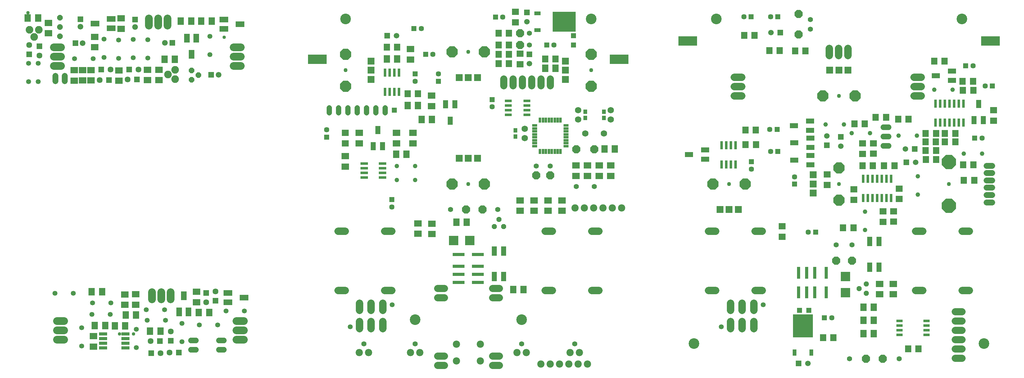
<source format=gts>
%MOIN*%
%OFA0B0*%
%FSLAX34Y34*%
%IPPOS*%
%LPD*%
%AMOC8*
5,1,8,0,0,$1,22.5*%
%AMOC80*
5,1,8,0,0,$1,22.5*%
%AMOC81*
5,1,8,0,0,$1,22.5*%
%AMOC800*
5,1,8,0,0,$1,22.5*%
%ADD10C,0.053000000000000005*%
%ADD11R,0.088X0.034*%
%ADD12R,0.078984251968503949X0.070992125984251975*%
%ADD13R,0.070992125984251975X0.078984251968503949*%
%ADD14C,0.063433070866141736*%
%ADD15R,0.063433070866141736X0.063433070866141736*%
%ADD16R,0.094X0.060000000000000005*%
%ADD17C,0.084999999999999992*%
%ADD18C,0.060000000000000005*%
%ADD19R,0.060000000000000005X0.094*%
%ADD20C,0.037779527559055122*%
%ADD31R,0.094X0.060000000000000005*%
%ADD32C,0.053000000000000005*%
%ADD33R,0.070992125984251975X0.078984251968503949*%
%ADD34R,0.0611496062992126X0.0611496062992126*%
%ADD35C,0.0611496062992126*%
%ADD36C,0.082000000000000017*%
%ADD37P,0.064943385826771657X8X292.5*%
%ADD38R,0.078984251968503949X0.070992125984251975*%
%ADD39C,0.063433070866141736*%
%ADD40R,0.063433070866141736X0.063433070866141736*%
%ADD41P,0.064943385826771657X8X112.5*%
%ADD42C,0.084999999999999992*%
%ADD43R,0.060000000000000005X0.094*%
%ADD44C,0.064*%
%ADD45C,0.037779527559055122*%
%ADD56R,0.057149606299212605X0.057149606299212605*%
%ADD57C,0.057149606299212605*%
%ADD58R,0.043370078740157476X0.047307086614173231*%
%ADD59C,0.069*%
%ADD60R,0.074866141732283467X0.066992125984251971*%
%ADD61C,0.049*%
%ADD62R,0.066992125984251971X0.074866141732283467*%
%ADD63C,0.059433070866141739*%
%ADD64R,0.059433070866141739X0.059433070866141739*%
%ADD65R,0.028000000000000004X0.091*%
%ADD66C,0.078000000000000014*%
%ADD67R,0.066992125984251971X0.082740157480314963*%
%ADD68R,0.082740157480314963X0.066992125984251971*%
%ADD69R,0.056000000000000008X0.090000000000000011*%
%ADD70R,0.078000000000000014X0.078000000000000014*%
%ADD71P,0.13217090551181102X8X22.5*%
%ADD72C,0.043370078740157476*%
%ADD73R,0.056000000000000008X0.056000000000000008*%
%ADD74C,0.056000000000000008*%
%ADD75R,0.082000000000000017X0.026000000000000002*%
%ADD76R,0.054X0.026000000000000002*%
%ADD77R,0.026000000000000002X0.054*%
%ADD78P,0.13217090551181102X8X112.5*%
%ADD79P,0.13217090551181102X8X202.5*%
%ADD80P,0.13217090551181102X8X292.5*%
%ADD81R,0.1260472440944882X0.035496062992125987*%
%ADD82R,0.054X0.10400000000000001*%
%ADD83C,0.080771653543307093*%
%ADD84R,0.066992125984251971X0.043370078740157476*%
%ADD85R,0.24809448818897636X0.21659842519685041*%
%ADD86P,0.096332716535433086X8X22.5*%
%ADD87R,0.098488188976377955X0.098488188976377955*%
%ADD88R,0.054X0.054*%
%ADD89C,0.05321259842519685*%
%ADD90C,0.078000000000000014*%
%ADD91C,0.11423622047244096*%
%ADD92R,0.20400000000000002X0.10400000000000001*%
%ADD93P,0.060613858267716543X8X22.5*%
%ADD94R,0.071716535433070869X0.027622047244094491*%
%ADD95C,0.055181102362204727*%
%ADD96P,0.096332716535433086X8X202.5*%
%ADD107C,0.049*%
%ADD108R,0.057149606299212605X0.057149606299212605*%
%ADD109C,0.057149606299212605*%
%ADD110R,0.066992125984251971X0.074866141732283467*%
%ADD111R,0.074866141732283467X0.066992125984251971*%
%ADD112C,0.059433070866141739*%
%ADD113R,0.059433070866141739X0.059433070866141739*%
%ADD114R,0.027622047244094491X0.090614173228346459*%
%ADD115C,0.080771653543307093*%
%ADD116R,0.035496062992125987X0.1260472440944882*%
%ADD117P,0.096332716535433086X8X112.5*%
%ADD118R,0.054X0.10400000000000001*%
%ADD119R,0.066992125984251971X0.074984251968503945*%
%ADD120R,0.090000000000000011X0.056000000000000008*%
%ADD121R,0.074984251968503945X0.066992125984251971*%
%ADD122R,0.056000000000000008X0.090000000000000011*%
%ADD123R,0.082740157480314963X0.066992125984251971*%
%ADD124R,0.066992125984251971X0.082740157480314963*%
%ADD125R,0.043370078740157476X0.066992125984251971*%
%ADD126R,0.21659842519685041X0.24809448818897636*%
%ADD127R,0.065X0.025*%
%ADD128R,0.078000000000000014X0.078000000000000014*%
%ADD129P,0.13217090551181102X8X292.5*%
%ADD130C,0.043370078740157476*%
%ADD131P,0.096332716535433086X8X22.5*%
%ADD132P,0.096332716535433086X8X202.5*%
%ADD133R,0.098488188976377955X0.098488188976377955*%
%ADD134R,0.054X0.054*%
%ADD135C,0.063370078740157487*%
%ADD136P,0.16668807086614174X8X292.5*%
%ADD137C,0.078000000000000014*%
%ADD138C,0.05321259842519685*%
%ADD139C,0.11423622047244096*%
%ADD140R,0.20400000000000002X0.10400000000000001*%
%ADD141P,0.060613858267716543X8X112.5*%
%ADD142C,0.055181102362204727*%
%ADD143P,0.13217090551181102X8X202.5*%
%ADD144C,0.081*%
%ADD145P,0.13217090551181102X8X112.5*%
%ADD146C,0.060000000000000005*%
%LPD*%
G75*
G01*
D10*
X-0005118Y0016141D02*
X0015596Y0025114D03*
X0017565Y0025114D03*
X0014431Y0024165D03*
X0014431Y0022195D03*
X0011707Y0027000D03*
X0009738Y0027000D03*
X0007651Y0028007D03*
X0005683Y0028007D03*
X0017455Y0026243D03*
X0015486Y0026243D03*
X0011636Y0025740D03*
X0009667Y0025740D03*
X0008577Y0024322D03*
X0008577Y0022354D03*
D11*
X0013279Y0022139D03*
X0010859Y0022139D03*
X0013279Y0022639D03*
X0013279Y0023139D03*
X0010859Y0022639D03*
X0010859Y0023139D03*
X0013279Y0023639D03*
X0010859Y0023639D03*
D12*
X0014353Y0026789D03*
X0014353Y0027908D03*
X0013208Y0027900D03*
X0013208Y0026782D03*
D13*
X0010759Y0028184D03*
X0009639Y0028184D03*
X0014399Y0025678D03*
X0013281Y0025678D03*
D12*
X0009829Y0023405D03*
X0009829Y0022286D03*
D13*
X0017018Y0023940D03*
X0015899Y0023940D03*
X0009962Y0024539D03*
X0011081Y0024539D03*
D14*
X0017045Y0021578D03*
D15*
X0016045Y0021578D03*
D14*
X0015978Y0022897D03*
D15*
X0016978Y0022897D03*
D14*
X0018144Y0023903D03*
D15*
X0018144Y0022902D03*
D14*
X0017994Y0021665D03*
D15*
X0018994Y0021665D03*
D16*
X0024258Y0028059D03*
X0025990Y0027559D03*
X0024258Y0027056D03*
D13*
X0022250Y0025966D03*
X0021130Y0025966D03*
D14*
X0022939Y0028220D03*
D15*
X0022939Y0027219D03*
D14*
X0021931Y0027063D03*
D15*
X0021931Y0028062D03*
D17*
X0025177Y0025044D02*
X0025947Y0025044D01*
X0025947Y0024044D02*
X0025177Y0024044D01*
X0025177Y0023043D02*
X0025947Y0023043D01*
X0006655Y0025044D02*
X0005886Y0025044D01*
X0005886Y0024044D02*
X0006655Y0024044D01*
X0006655Y0023043D02*
X0005886Y0023043D01*
X0016082Y0027372D02*
X0016082Y0028142D01*
X0017082Y0028142D02*
X0017082Y0027372D01*
X0018082Y0027372D02*
X0018082Y0028142D01*
D10*
X0021183Y0024603D03*
X0023151Y0024603D03*
D13*
X0013236Y0024501D03*
X0012117Y0024501D03*
D18*
X0023295Y0021953D02*
X0023815Y0021953D01*
X0023815Y0022953D02*
X0023295Y0022953D01*
X0020815Y0022953D02*
X0020295Y0022953D01*
X0020295Y0021953D02*
X0020815Y0021953D01*
D19*
X0019032Y0026025D03*
X0019534Y0027758D03*
X0020035Y0026025D03*
D12*
X0020881Y0027058D03*
X0020881Y0028177D03*
D10*
X0019334Y0024799D03*
X0019334Y0022830D03*
X0024063Y0026134D03*
X0026031Y0026134D03*
D20*
X0012641Y0023661D03*
X0014141Y0023661D03*
G75*
G01*
D31*
X0001968Y0050000D02*
X0023844Y0057417D03*
X0025577Y0056917D03*
X0023844Y0056416D03*
D32*
X0022314Y0053644D03*
X0022314Y0055612D03*
D33*
X0020315Y0057261D03*
X0019195Y0057261D03*
D34*
X0018296Y0054922D03*
D35*
X0017509Y0054922D03*
D36*
X0018593Y0051018D03*
X0017843Y0051518D03*
X0018593Y0052018D03*
D37*
X0020358Y0050961D03*
X0021107Y0051462D03*
X0020358Y0051962D03*
D34*
X0022464Y0051481D03*
D35*
X0023252Y0051481D03*
D33*
X0017453Y0053160D03*
X0018573Y0053160D03*
D38*
X0016856Y0050909D03*
X0016856Y0052028D03*
D32*
X0015665Y0053282D03*
X0015665Y0055250D03*
D38*
X0009573Y0051997D03*
X0009573Y0050877D03*
D32*
X0012517Y0055231D03*
X0012517Y0053263D03*
D39*
X0010511Y0050922D03*
D40*
X0011511Y0050922D03*
D39*
X0011660Y0052047D03*
D40*
X0010660Y0052047D03*
D34*
X0014299Y0057417D03*
D35*
X0014299Y0056630D03*
D38*
X0012802Y0057544D03*
X0012802Y0056424D03*
D31*
X0011718Y0056472D03*
X0009986Y0056974D03*
X0011718Y0057474D03*
D41*
X0006225Y0057629D03*
X0006225Y0056628D03*
X0006225Y0055628D03*
D36*
X0003947Y0056308D03*
X0003447Y0055559D03*
X0002948Y0056308D03*
D34*
X0007892Y0054886D03*
D35*
X0008680Y0054886D03*
D38*
X0015633Y0050909D03*
X0015633Y0052028D03*
X0008650Y0051997D03*
X0008650Y0050877D03*
D33*
X0002770Y0057570D03*
X0003890Y0057570D03*
D38*
X0009968Y0055559D03*
X0009968Y0054439D03*
X0005011Y0055940D03*
X0005011Y0057059D03*
X0007765Y0050857D03*
X0007765Y0051977D03*
D39*
X0004029Y0053561D03*
D40*
X0004029Y0054561D03*
D39*
X0002943Y0054700D03*
D40*
X0002943Y0053700D03*
D32*
X0002867Y0050735D03*
X0002867Y0052703D03*
D34*
X0008424Y0057446D03*
D35*
X0008424Y0056658D03*
D32*
X0010968Y0055326D03*
X0010968Y0053358D03*
X0009782Y0053228D03*
X0007813Y0053228D03*
X0014097Y0053301D03*
X0014097Y0055269D03*
D39*
X0013511Y0050968D03*
D40*
X0014511Y0050968D03*
D39*
X0014668Y0052046D03*
D40*
X0013667Y0052046D03*
D33*
X0021408Y0057261D03*
X0022528Y0057261D03*
D38*
X0012573Y0051966D03*
X0012573Y0050847D03*
D42*
X0024853Y0054446D02*
X0025623Y0054446D01*
X0025623Y0053446D02*
X0024853Y0053446D01*
X0024853Y0052446D02*
X0025623Y0052446D01*
X0006331Y0054446D02*
X0005561Y0054446D01*
X0005561Y0053446D02*
X0006331Y0053446D01*
X0006331Y0052446D02*
X0005561Y0052446D01*
X0015756Y0056773D02*
X0015756Y0057544D01*
X0016757Y0057544D02*
X0016757Y0056773D01*
X0017757Y0056773D02*
X0017757Y0057544D01*
D43*
X0020867Y0055405D03*
X0020366Y0053673D03*
X0019864Y0055405D03*
D32*
X0003891Y0050747D03*
X0003891Y0052714D03*
D44*
X0005737Y0051373D02*
X0005737Y0050813D01*
X0006737Y0050813D02*
X0006737Y0051373D01*
D45*
X0002788Y0058140D03*
X0023861Y0055519D03*
G04 next file*
%LPD*%
G75*
G01*
D56*
X0032677Y0019685D02*
X0034877Y0044791D03*
D57*
X0034877Y0045578D03*
D56*
X0046877Y0050791D03*
D57*
X0046877Y0051578D03*
D56*
X0044377Y0051578D03*
D57*
X0044377Y0050791D03*
D58*
X0064627Y0047519D03*
X0064627Y0046849D03*
X0062627Y0047519D03*
X0062627Y0046849D03*
D59*
X0056127Y0044685D03*
X0056127Y0045685D03*
D56*
X0045484Y0053684D03*
D57*
X0046271Y0053684D03*
D60*
X0036877Y0045236D03*
X0036877Y0044132D03*
D61*
X0044362Y0040185D03*
X0042393Y0040185D03*
D56*
X0044234Y0056435D03*
D57*
X0045021Y0056435D03*
D62*
X0042429Y0054435D03*
X0041326Y0054435D03*
X0043576Y0049435D03*
X0044679Y0049435D03*
D63*
X0042377Y0055685D03*
D64*
X0041377Y0055685D03*
D65*
X0041127Y0049654D03*
X0041627Y0049654D03*
X0042127Y0049654D03*
X0042627Y0049654D03*
X0042627Y0051715D03*
X0042127Y0051715D03*
X0041627Y0051715D03*
X0041127Y0051715D03*
D66*
X0053877Y0051055D02*
X0053877Y0050315D01*
X0054876Y0050315D02*
X0054876Y0051055D01*
X0055876Y0051055D02*
X0055876Y0050315D01*
X0056877Y0050315D02*
X0056877Y0051055D01*
X0057877Y0051055D02*
X0057877Y0050315D01*
X0058877Y0050315D02*
X0058877Y0051055D01*
D67*
X0041326Y0053185D03*
X0042429Y0053185D03*
X0043576Y0048185D03*
X0044679Y0048185D03*
X0045076Y0046685D03*
X0046179Y0046685D03*
D68*
X0046127Y0049236D03*
X0046127Y0048133D03*
D69*
X0048629Y0048301D03*
X0048127Y0046567D03*
X0047626Y0048301D03*
D67*
X0059429Y0052185D03*
X0058326Y0052185D03*
D68*
X0043877Y0054236D03*
X0043877Y0053133D03*
X0038377Y0044132D03*
X0038377Y0045236D03*
D67*
X0042326Y0042935D03*
X0043429Y0042935D03*
D68*
X0046178Y0035493D03*
X0046178Y0034391D03*
X0036877Y0041632D03*
X0036877Y0042736D03*
X0044127Y0045236D03*
X0044127Y0044132D03*
X0042377Y0045236D03*
X0042377Y0044132D03*
D69*
X0039876Y0043818D03*
X0040377Y0045551D03*
X0040879Y0043818D03*
D70*
X0039645Y0052951D03*
X0039645Y0051968D03*
X0039645Y0050984D03*
D71*
X0036888Y0053700D03*
X0036888Y0050236D03*
D72*
X0036888Y0051968D03*
D73*
X0042127Y0047685D03*
D74*
X0041127Y0047945D02*
X0041127Y0047425D01*
X0040127Y0047425D02*
X0040127Y0047945D01*
X0039126Y0047945D02*
X0039126Y0047425D01*
X0038127Y0047425D02*
X0038127Y0047945D01*
X0037127Y0047945D02*
X0037127Y0047425D01*
X0036127Y0047425D02*
X0036127Y0047945D01*
X0035127Y0047945D02*
X0035127Y0047425D01*
D75*
X0040847Y0040435D03*
X0040847Y0040935D03*
X0040847Y0041435D03*
X0040847Y0041935D03*
X0038907Y0041935D03*
X0038907Y0041435D03*
X0038907Y0040935D03*
X0038907Y0040435D03*
D76*
X0060567Y0043832D03*
X0060567Y0044147D03*
X0060567Y0044462D03*
X0060567Y0044776D03*
X0060567Y0045092D03*
X0060567Y0045407D03*
X0060567Y0045721D03*
X0060567Y0046037D03*
D77*
X0059980Y0046625D03*
X0059665Y0046625D03*
X0059350Y0046625D03*
X0059035Y0046625D03*
X0058720Y0046625D03*
X0058404Y0046625D03*
X0058090Y0046625D03*
X0057775Y0046625D03*
D76*
X0057187Y0046037D03*
X0057187Y0045721D03*
X0057187Y0045407D03*
X0057187Y0045092D03*
X0057187Y0044776D03*
X0057187Y0044462D03*
X0057187Y0044147D03*
X0057187Y0043832D03*
D77*
X0057775Y0043244D03*
X0058090Y0043244D03*
X0058404Y0043244D03*
X0058720Y0043244D03*
X0059035Y0043244D03*
X0059350Y0043244D03*
X0059665Y0043244D03*
X0059980Y0043244D03*
D59*
X0062627Y0045185D03*
X0064627Y0045185D03*
D68*
X0062876Y0040633D03*
X0062876Y0041736D03*
X0064127Y0040633D03*
X0064127Y0041736D03*
X0065377Y0040633D03*
X0065377Y0041736D03*
X0061627Y0040633D03*
X0061627Y0041736D03*
D70*
X0049094Y0042519D03*
X0050077Y0042519D03*
X0051062Y0042519D03*
D78*
X0048346Y0039763D03*
X0051810Y0039763D03*
D72*
X0050077Y0039763D03*
D70*
X0060511Y0050984D03*
X0060511Y0051968D03*
X0060511Y0052951D03*
D79*
X0063267Y0050236D03*
X0063267Y0053700D03*
D72*
X0063267Y0051968D03*
D70*
X0051062Y0051181D03*
X0050077Y0051181D03*
X0049094Y0051181D03*
D80*
X0051810Y0053937D03*
X0048346Y0053937D03*
D72*
X0050077Y0053937D03*
D68*
X0044661Y0034415D03*
X0044661Y0035517D03*
D67*
X0049901Y0035657D03*
X0048798Y0035657D03*
D81*
X0049025Y0032181D03*
X0049025Y0030921D03*
X0049025Y0030055D03*
X0049025Y0029188D03*
X0051112Y0032181D03*
X0051112Y0030921D03*
X0051112Y0030055D03*
X0051112Y0029188D03*
D82*
X0053877Y0032562D03*
X0052877Y0032562D03*
X0052877Y0029807D03*
X0053877Y0029807D03*
D68*
X0055627Y0037986D03*
X0055627Y0036883D03*
X0057127Y0036883D03*
X0057127Y0037986D03*
X0058627Y0036883D03*
X0058627Y0037986D03*
D83*
X0036860Y0028301D02*
X0036092Y0028301D01*
X0036092Y0034690D02*
X0036860Y0034690D01*
X0041092Y0028301D02*
X0041860Y0028301D01*
X0041860Y0034690D02*
X0041092Y0034690D01*
X0063336Y0034690D02*
X0064104Y0034690D01*
X0064104Y0028301D02*
X0063336Y0028301D01*
X0059104Y0034690D02*
X0058335Y0034690D01*
X0058335Y0028301D02*
X0059104Y0028301D01*
D62*
X0058326Y0053185D03*
X0059429Y0053185D03*
D56*
X0058484Y0054685D03*
D57*
X0059271Y0054685D03*
D56*
X0052983Y0057685D03*
D57*
X0053771Y0057685D03*
D60*
X0055127Y0058236D03*
X0055127Y0057133D03*
D63*
X0056627Y0052684D03*
D64*
X0056627Y0053684D03*
D63*
X0056377Y0057185D03*
D64*
X0056377Y0058185D03*
D84*
X0057488Y0058082D03*
X0057488Y0056287D03*
D85*
X0060362Y0057185D03*
D56*
X0041877Y0038077D03*
D57*
X0041877Y0037291D03*
D67*
X0054891Y0028423D03*
X0055993Y0028423D03*
D61*
X0044362Y0041685D03*
X0042393Y0041685D03*
D62*
X0053326Y0054685D03*
X0054429Y0054685D03*
X0053326Y0053684D03*
X0054429Y0053684D03*
X0053326Y0052684D03*
X0054429Y0052684D03*
D60*
X0055627Y0053735D03*
X0055627Y0052633D03*
D86*
X0057377Y0040685D03*
X0058877Y0040685D03*
X0055627Y0055935D03*
X0055627Y0054685D03*
D87*
X0048511Y0033685D03*
X0050244Y0033685D03*
D88*
X0061377Y0055685D03*
X0061377Y0054685D03*
D83*
X0038385Y0025000D02*
X0038385Y0024232D01*
X0039645Y0024232D02*
X0039645Y0025000D01*
X0040904Y0025000D02*
X0040904Y0024232D01*
X0040904Y0026181D02*
X0040904Y0026948D01*
X0039645Y0026948D02*
X0039645Y0026181D01*
X0038385Y0026181D02*
X0038385Y0026948D01*
D89*
X0037401Y0024409D03*
X0041889Y0026770D03*
D90*
X0051357Y0022543D03*
X0048798Y0022543D03*
X0051357Y0020762D03*
X0048798Y0020762D03*
X0039377Y0021652D03*
X0038377Y0021652D03*
X0044877Y0021652D03*
X0043877Y0021652D03*
X0056287Y0021652D03*
X0055287Y0021652D03*
X0061996Y0021652D03*
X0060996Y0021652D03*
D68*
X0060127Y0036883D03*
X0060127Y0037986D03*
D91*
X0036888Y0057480D03*
X0063267Y0057480D03*
D62*
X0054429Y0055935D03*
X0053326Y0055935D03*
D92*
X0066265Y0053149D03*
X0033856Y0053149D03*
D93*
X0053877Y0035184D03*
X0053377Y0035935D03*
X0052877Y0035184D03*
D59*
X0061877Y0047685D03*
X0061877Y0046685D03*
X0065377Y0047685D03*
X0065377Y0046685D03*
D58*
X0055127Y0044850D03*
X0055127Y0045519D03*
D91*
X0044370Y0025196D03*
X0055787Y0025196D03*
D94*
X0056377Y0047185D03*
X0056377Y0047685D03*
X0056377Y0048185D03*
X0056377Y0048685D03*
X0054377Y0048685D03*
X0054377Y0048185D03*
X0054377Y0047685D03*
X0054377Y0047185D03*
D56*
X0052627Y0048827D03*
D57*
X0052627Y0048041D03*
D95*
X0056627Y0054685D03*
X0056627Y0055935D03*
X0057377Y0041685D03*
X0058877Y0041685D03*
D96*
X0063589Y0043474D03*
D86*
X0061673Y0043474D03*
D95*
X0063589Y0039485D03*
X0061673Y0039485D03*
D67*
X0064704Y0043525D03*
X0065806Y0043525D03*
D95*
X0048177Y0037007D03*
X0053239Y0037007D03*
D86*
X0049823Y0037007D03*
X0051594Y0037007D03*
D66*
X0052661Y0027559D02*
X0053400Y0027559D01*
X0053400Y0028559D02*
X0052661Y0028559D01*
X0047495Y0027559D02*
X0046755Y0027559D01*
X0046755Y0028559D02*
X0047495Y0028559D01*
X0052661Y0020275D02*
X0053400Y0020275D01*
X0053400Y0021275D02*
X0052661Y0021275D01*
X0047495Y0020275D02*
X0046755Y0020275D01*
X0046755Y0021275D02*
X0047495Y0021275D01*
D90*
X0062864Y0020428D03*
X0061864Y0020428D03*
X0060864Y0020428D03*
X0059864Y0020428D03*
X0058864Y0020428D03*
X0057864Y0020428D03*
X0066545Y0037187D03*
X0065545Y0037187D03*
X0064545Y0037187D03*
X0063545Y0037187D03*
X0062545Y0037187D03*
X0061545Y0037187D03*
D95*
X0038877Y0022597D03*
X0044377Y0022597D03*
X0055787Y0022597D03*
X0061496Y0022597D03*
G04 next file*
G04 EAGLE Gerber RS-274X export*
G75*
G01*
D107*
X0072440Y0019685D02*
X0092666Y0034820D03*
X0092666Y0036789D03*
D108*
X0104431Y0044698D03*
D109*
X0105218Y0044698D03*
D108*
X0083225Y0045609D03*
D109*
X0082438Y0045609D03*
D110*
X0099195Y0042398D03*
X0100298Y0042398D03*
D107*
X0103263Y0043021D03*
X0105231Y0043021D03*
X0093211Y0045221D03*
X0091242Y0045221D03*
D108*
X0085109Y0039738D03*
D109*
X0085109Y0040526D03*
D108*
X0103471Y0052455D03*
D109*
X0104259Y0052455D03*
D108*
X0106341Y0050298D03*
D109*
X0105553Y0050298D03*
D107*
X0096248Y0044936D03*
X0098216Y0044936D03*
D108*
X0083310Y0043247D03*
D109*
X0082523Y0043247D03*
D107*
X0098340Y0040576D03*
X0098340Y0038607D03*
D108*
X0080449Y0042148D03*
D109*
X0080449Y0041360D03*
D108*
X0087358Y0034598D03*
D109*
X0086570Y0034598D03*
D111*
X0095725Y0036829D03*
X0095725Y0035727D03*
D108*
X0083308Y0057709D03*
D109*
X0082521Y0057709D03*
D110*
X0079700Y0055725D03*
X0080802Y0055725D03*
X0088167Y0023246D03*
X0089269Y0023246D03*
D108*
X0088311Y0025391D03*
D109*
X0089098Y0025391D03*
D108*
X0080444Y0057703D03*
D109*
X0079656Y0057703D03*
D110*
X0083500Y0054098D03*
X0082398Y0054098D03*
D112*
X0086533Y0020500D03*
D113*
X0085533Y0020500D03*
D112*
X0082556Y0056025D03*
D113*
X0083557Y0056025D03*
D114*
X0092960Y0038256D03*
X0092960Y0040303D03*
X0092461Y0038256D03*
X0093461Y0038256D03*
X0093961Y0038256D03*
X0092461Y0040303D03*
X0093461Y0040303D03*
X0093961Y0040303D03*
X0094961Y0038256D03*
X0094961Y0040303D03*
X0094461Y0038256D03*
X0095460Y0038256D03*
X0094461Y0040303D03*
X0095460Y0040303D03*
X0100718Y0046348D03*
X0100718Y0048396D03*
X0100218Y0046348D03*
X0101218Y0046348D03*
X0101717Y0046348D03*
X0100218Y0048396D03*
X0101218Y0048396D03*
X0101717Y0048396D03*
X0102718Y0046348D03*
X0102718Y0048396D03*
X0102218Y0046348D03*
X0103218Y0046348D03*
X0102218Y0048396D03*
X0103218Y0048396D03*
D115*
X0076624Y0028301D02*
X0075856Y0028301D01*
X0075856Y0034690D02*
X0076624Y0034690D01*
X0080856Y0028301D02*
X0081624Y0028301D01*
X0081624Y0034690D02*
X0080856Y0034690D01*
D116*
X0088512Y0030219D03*
X0087251Y0030219D03*
X0086386Y0030219D03*
X0085519Y0030219D03*
X0088512Y0028133D03*
X0087251Y0028133D03*
X0086386Y0028133D03*
X0085519Y0028133D03*
D117*
X0092750Y0020978D03*
X0094553Y0020978D03*
D118*
X0093168Y0030832D03*
X0094168Y0030832D03*
X0094168Y0033589D03*
X0093168Y0033589D03*
D115*
X0103100Y0034690D02*
X0103867Y0034690D01*
X0103867Y0028301D02*
X0103100Y0028301D01*
X0098867Y0034690D02*
X0098100Y0034690D01*
X0098100Y0028301D02*
X0098867Y0028301D01*
D119*
X0100275Y0044290D03*
X0099155Y0044290D03*
D120*
X0101984Y0050871D03*
X0100252Y0051373D03*
X0101984Y0051874D03*
X0086759Y0045527D03*
X0085027Y0046028D03*
X0086759Y0046529D03*
D121*
X0093561Y0044124D03*
X0093561Y0043004D03*
D119*
X0093512Y0041731D03*
X0092393Y0041731D03*
D120*
X0086792Y0043682D03*
X0085060Y0044185D03*
X0086792Y0044686D03*
D119*
X0096224Y0046708D03*
X0097344Y0046708D03*
X0104298Y0049821D03*
X0103179Y0049821D03*
X0101209Y0052958D03*
X0100089Y0052958D03*
D122*
X0104365Y0046616D03*
X0104867Y0048348D03*
X0105368Y0046616D03*
D121*
X0106477Y0047673D03*
X0106477Y0046553D03*
X0083779Y0035205D03*
X0083779Y0034085D03*
D120*
X0075511Y0042401D03*
X0073779Y0042901D03*
X0075511Y0043403D03*
D123*
X0094225Y0029026D03*
X0094225Y0027924D03*
D119*
X0099170Y0043346D03*
X0100290Y0043346D03*
X0104248Y0050789D03*
X0103129Y0050789D03*
X0100287Y0045174D03*
X0099167Y0045174D03*
D124*
X0093610Y0026525D03*
X0092507Y0026525D03*
D119*
X0102352Y0044284D03*
X0101232Y0044284D03*
X0104384Y0040149D03*
X0103265Y0040149D03*
X0104302Y0041830D03*
X0103182Y0041830D03*
D124*
X0092507Y0025112D03*
X0093610Y0025112D03*
D123*
X0095696Y0029031D03*
X0095696Y0027930D03*
D119*
X0090306Y0035039D03*
X0091425Y0035039D03*
X0101237Y0045175D03*
X0102356Y0045175D03*
X0094708Y0041708D03*
X0095828Y0041708D03*
D121*
X0094603Y0035693D03*
X0094603Y0036812D03*
D119*
X0092646Y0046211D03*
X0091526Y0046211D03*
X0093795Y0046905D03*
X0094914Y0046905D03*
D125*
X0085098Y0021644D03*
X0086893Y0021644D03*
D126*
X0085996Y0024518D03*
D127*
X0096357Y0025057D03*
X0096357Y0024557D03*
X0096357Y0024057D03*
X0096357Y0023557D03*
X0099277Y0023557D03*
X0099277Y0024057D03*
X0099277Y0024557D03*
X0099277Y0025057D03*
D128*
X0079055Y0037007D03*
X0078070Y0037007D03*
X0077086Y0037007D03*
D129*
X0079803Y0039763D03*
X0076338Y0039763D03*
D130*
X0078070Y0039763D03*
D131*
X0085523Y0055825D03*
D132*
X0085523Y0058003D03*
D133*
X0090557Y0029807D03*
X0090557Y0028075D03*
D134*
X0085637Y0026175D03*
X0086637Y0026175D03*
D135*
X0105687Y0040944D02*
X0106281Y0040944D01*
X0106281Y0041731D02*
X0105687Y0041731D01*
X0105687Y0037795D02*
X0106281Y0037795D01*
X0106281Y0040157D02*
X0105687Y0040157D01*
X0105687Y0039369D02*
X0106281Y0039369D01*
X0106281Y0038582D02*
X0105687Y0038582D01*
D136*
X0101653Y0042125D03*
X0101653Y0037401D03*
D130*
X0101653Y0039763D03*
D137*
X0102334Y0026049D02*
X0103074Y0026049D01*
X0103074Y0025049D02*
X0102334Y0025049D01*
X0102334Y0024049D02*
X0103074Y0024049D01*
X0103074Y0023049D02*
X0102334Y0023049D01*
X0102334Y0022049D02*
X0103074Y0022049D01*
X0103074Y0021049D02*
X0102334Y0021049D01*
D115*
X0078220Y0024232D02*
X0078220Y0025000D01*
X0079480Y0025000D02*
X0079480Y0024232D01*
X0080740Y0024232D02*
X0080740Y0025000D01*
X0080740Y0026181D02*
X0080740Y0026948D01*
X0079480Y0026948D02*
X0079480Y0026181D01*
X0078220Y0026181D02*
X0078220Y0026948D01*
D138*
X0077236Y0024409D03*
X0081724Y0026770D03*
D139*
X0076692Y0057480D03*
X0103070Y0057480D03*
D107*
X0100088Y0049871D03*
X0102057Y0049871D03*
D140*
X0106115Y0055118D03*
X0073642Y0055118D03*
D141*
X0092794Y0029031D03*
X0092044Y0028532D03*
X0092794Y0028032D03*
D139*
X0074291Y0022618D03*
X0105433Y0022618D03*
D142*
X0086792Y0057417D03*
X0086792Y0056391D03*
X0096317Y0020978D03*
X0090986Y0020978D03*
D110*
X0086251Y0054055D03*
X0085149Y0054055D03*
D124*
X0093610Y0023699D03*
X0092507Y0023699D03*
D121*
X0092391Y0042989D03*
X0092391Y0044109D03*
D112*
X0088573Y0044922D03*
D113*
X0088573Y0043922D03*
D112*
X0090056Y0043804D03*
D113*
X0090056Y0044804D03*
D112*
X0098086Y0042078D03*
D113*
X0097086Y0042078D03*
D112*
X0097003Y0043531D03*
D113*
X0098003Y0043531D03*
D107*
X0088440Y0046142D03*
X0090408Y0046142D03*
D119*
X0080934Y0045548D03*
X0079814Y0045548D03*
X0079838Y0043996D03*
X0080958Y0043996D03*
D128*
X0087106Y0040748D03*
X0087106Y0039763D03*
X0087106Y0038779D03*
D143*
X0089862Y0041496D03*
X0089862Y0038031D03*
D130*
X0089862Y0039763D03*
D120*
X0086785Y0041804D03*
X0085053Y0042305D03*
X0086785Y0042806D03*
D121*
X0091449Y0038055D03*
X0091449Y0039175D03*
X0096324Y0038140D03*
X0096324Y0039260D03*
D114*
X0078277Y0043906D03*
X0078277Y0041859D03*
X0078776Y0043906D03*
X0077777Y0043906D03*
X0077277Y0043906D03*
X0078776Y0041859D03*
X0077777Y0041859D03*
X0077277Y0041859D03*
D110*
X0098390Y0022057D03*
X0097287Y0022057D03*
D131*
X0091251Y0031509D03*
X0089578Y0031509D03*
D142*
X0091251Y0033216D03*
X0089561Y0033203D03*
D121*
X0088581Y0039661D03*
X0088581Y0040781D03*
D144*
X0097937Y0051219D02*
X0098707Y0051219D01*
X0098707Y0050218D02*
X0097937Y0050218D01*
X0097937Y0049219D02*
X0098707Y0049219D01*
X0079416Y0051219D02*
X0078646Y0051219D01*
X0078646Y0050218D02*
X0079416Y0050218D01*
X0079416Y0049219D02*
X0078646Y0049219D01*
X0088842Y0053547D02*
X0088842Y0054317D01*
X0089842Y0054317D02*
X0089842Y0053547D01*
X0090841Y0053547D02*
X0090841Y0054317D01*
D128*
X0090846Y0051968D03*
X0089862Y0051968D03*
X0088877Y0051968D03*
D145*
X0091594Y0049212D03*
X0088129Y0049212D03*
D130*
X0089862Y0049212D03*
D146*
X0094637Y0043852D02*
X0095197Y0043852D01*
X0095197Y0044852D02*
X0094637Y0044852D01*
X0094637Y0045852D02*
X0095197Y0045852D01*
M02*
</source>
